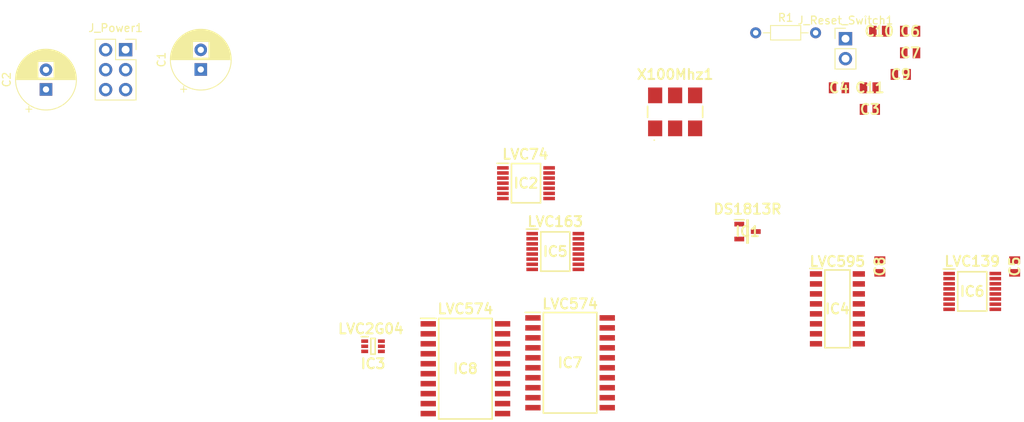
<source format=kicad_pcb>
(kicad_pcb (version 20211014) (generator pcbnew)
  (layers (0 "F.Cu" signal) (31 "B.Cu" signal) (34 "B.Paste" user) (35 "F.Paste" user) (36 "B.SilkS" user "B.Silkscreen") (37 "F.SilkS" user "F.Silkscreen") (38 "B.Mask" user) (39 "F.Mask" user) (44 "Edge.Cuts" user))
  (net 0 "")
  (net 102 "/Timing Circuit/3.3V")
  (net 103 "/Timing Circuit/GND")
  (net 104 "/Timing Circuit/5V")
  (net 105 "/Timing Circuit/RSTB")
  (net 106 "Net-(J_Reset_Switch1-Pad1)")
  (footprint "Capacitor_THT:CP_Radial_D7.5mm_P2.50mm" (layer "F.Cu") (at 17.78 90.805 90)
    (fp_text reference "C2" (at 1.25 -5 90) (layer "F.SilkS"))
    (fp_text value "CP1000uF" hide)
    (fp_line (start 4.971 -1.028) (end 4.971 1.028) (layer "F.SilkS") (width 0.12))
    (fp_line (start 3.091 -3.365) (end 3.091 -1.04) (layer "F.SilkS") (width 0.12))
    (fp_line (start 1.53 1.04) (end 1.53 3.82) (layer "F.SilkS") (width 0.12))
    (fp_line (start 4.691 -1.733) (end 4.691 1.733) (layer "F.SilkS") (width 0.12))
    (fp_line (start 2.531 1.04) (end 2.531 3.613) (layer "F.SilkS") (width 0.12))
    (fp_line (start 2.291 -3.688) (end 2.291 -1.04) (layer "F.SilkS") (width 0.12))
    (fp_line (start 3.331 1.04) (end 3.331 3.224) (layer "F.SilkS") (width 0.12))
    (fp_line (start 3.491 -3.116) (end 3.491 -1.04) (layer "F.SilkS") (width 0.12))
    (fp_line (start 3.211 -3.297) (end 3.211 -1.04) (layer "F.SilkS") (width 0.12))
    (fp_line (start 2.371 1.04) (end 2.371 3.665) (layer "F.SilkS") (width 0.12))
    (fp_line (start 3.011 1.04) (end 3.011 3.407) (layer "F.SilkS") (width 0.12))
    (fp_line (start 1.49 -3.823) (end 1.49 -1.04) (layer "F.SilkS") (width 0.12))
    (fp_line (start 1.93 1.04) (end 1.93 3.77) (layer "F.SilkS") (width 0.12))
    (fp_line (start 3.611 -3.028) (end 3.611 3.028) (layer "F.SilkS") (width 0.12))
    (fp_line (start 2.931 -3.447) (end 2.931 -1.04) (layer "F.SilkS") (width 0.12))
    (fp_line (start 1.45 -3.825) (end 1.45 3.825) (layer "F.SilkS") (width 0.12))
    (fp_line (start 1.77 1.04) (end 1.77 3.795) (layer "F.SilkS") (width 0.12))
    (fp_line (start 3.411 1.04) (end 3.411 3.172) (layer "F.SilkS") (width 0.12))
    (fp_line (start 4.131 -2.546) (end 4.131 2.546) (layer "F.SilkS") (width 0.12))
    (fp_line (start 2.011 -3.755) (end 2.011 -1.04) (layer "F.SilkS") (width 0.12))
    (fp_line (start 4.411 -2.195) (end 4.411 2.195) (layer "F.SilkS") (width 0.12))
    (fp_line (start 3.171 1.04) (end 3.171 3.321) (layer "F.SilkS") (width 0.12))
    (fp_line (start 1.57 -3.817) (end 1.57 -1.04) (layer "F.SilkS") (width 0.12))
    (fp_line (start 3.891 -2.79) (end 3.891 2.79) (layer "F.SilkS") (width 0.12))
    (fp_line (start 2.291 1.04) (end 2.291 3.688) (layer "F.SilkS") (width 0.12))
    (fp_line (start 1.69 1.04) (end 1.69 3.805) (layer "F.SilkS") (width 0.12))
    (fp_line (start 1.81 -3.79) (end 1.81 -1.04) (layer "F.SilkS") (width 0.12))
    (fp_line (start 1.81 1.04) (end 1.81 3.79) (layer "F.SilkS") (width 0.12))
    (fp_line (start 1.33 -3.83) (end 1.33 3.83) (layer "F.SilkS") (width 0.12))
    (fp_line (start 2.931 1.04) (end 2.931 3.447) (layer "F.SilkS") (width 0.12))
    (fp_line (start 2.611 -3.584) (end 2.611 -1.04) (layer "F.SilkS") (width 0.12))
    (fp_line (start 4.051 -2.632) (end 4.051 2.632) (layer "F.SilkS") (width 0.12))
    (fp_line (start 3.451 1.04) (end 3.451 3.144) (layer "F.SilkS") (width 0.12))
    (fp_line (start 2.451 1.04) (end 2.451 3.64) (layer "F.SilkS") (width 0.12))
    (fp_line (start 1.971 1.04) (end 1.971 3.763) (layer "F.SilkS") (width 0.12))
    (fp_line (start 1.29 -3.83) (end 1.29 3.83) (layer "F.SilkS") (width 0.12))
    (fp_line (start 1.85 -3.784) (end 1.85 -1.04) (layer "F.SilkS") (width 0.12))
    (fp_line (start 3.331 -3.224) (end 3.331 -1.04) (layer "F.SilkS") (width 0.12))
    (fp_line (start 1.971 -3.763) (end 1.971 -1.04) (layer "F.SilkS") (width 0.12))
    (fp_line (start 1.69 -3.805) (end 1.69 -1.04) (layer "F.SilkS") (width 0.12))
    (fp_line (start 1.89 -3.777) (end 1.89 -1.04) (layer "F.SilkS") (width 0.12))
    (fp_line (start 2.491 -3.626) (end 2.491 -1.04) (layer "F.SilkS") (width 0.12))
    (fp_line (start 3.531 1.04) (end 3.531 3.088) (layer "F.SilkS") (width 0.12))
    (fp_line (start 2.051 -3.747) (end 2.051 -1.04) (layer "F.SilkS") (width 0.12))
    (fp_line (start 4.651 -1.809) (end 4.651 1.809) (layer "F.SilkS") (width 0.12))
    (fp_line (start 3.371 -3.198) (end 3.371 -1.04) (layer "F.SilkS") (width 0.12))
    (fp_line (start 2.651 1.04) (end 2.651 3.568) (layer "F.SilkS") (width 0.12))
    (fp_line (start 4.211 -2.454) (end 4.211 2.454) (layer "F.SilkS") (width 0.12))
    (fp_line (start 3.051 -3.386) (end 3.051 -1.04) (layer "F.SilkS") (width 0.12))
    (fp_line (start 3.091 1.04) (end 3.091 3.365) (layer "F.SilkS") (width 0.12))
    (fp_line (start 3.251 -3.274) (end 3.251 -1.04) (layer "F.SilkS") (width 0.12))
    (fp_line (start 2.891 -3.466) (end 2.891 -1.04) (layer "F.SilkS") (width 0.12))
    (fp_line (start 3.931 -2.752) (end 3.931 2.752) (layer "F.SilkS") (width 0.12))
    (fp_line (start 3.491 1.04) (end 3.491 3.116) (layer "F.SilkS") (width 0.12))
    (fp_line (start 3.971 -2.713) (end 3.971 2.713) (layer "F.SilkS") (width 0.12))
    (fp_line (start 2.211 1.04) (end 2.211 3.71) (layer "F.SilkS") (width 0.12))
    (fp_line (start 4.331 -2.304) (end 4.331 2.304) (layer "F.SilkS") (width 0.12))
    (fp_line (start 1.93 -3.77) (end 1.93 -1.04) (layer "F.SilkS") (width 0.12))
    (fp_line (start 1.57 1.04) (end 1.57 3.817) (layer "F.SilkS") (width 0.12))
    (fp_line (start 5.051 -0.693) (end 5.051 0.693) (layer "F.SilkS") (width 0.12))
    (fp_line (start 2.251 1.04) (end 2.251 3.699) (layer "F.SilkS") (width 0.12))
    (fp_line (start 1.61 -3.814) (end 1.61 -1.04) (layer "F.SilkS") (width 0.12))
    (fp_line (start 2.411 1.04) (end 2.411 3.653) (layer "F.SilkS") (width 0.12))
    (fp_line (start 4.531 -2.014) (end 4.531 2.014) (layer "F.SilkS") (width 0.12))
    (fp_line (start 2.731 -3.536) (end 2.731 -1.04) (layer "F.SilkS") (width 0.12))
    (fp_line (start 3.571 -3.058) (end 3.571 3.058) (layer "F.SilkS") (width 0.12))
    (fp_line (start 2.411 -3.653) (end 2.411 -1.04) (layer "F.SilkS") (width 0.12))
    (fp_line (start 3.651 -2.996) (end 3.651 2.996) (layer "F.SilkS") (width 0.12))
    (fp_line (start 2.451 -3.64) (end 2.451 -1.04) (layer "F.SilkS") (width 0.12))
    (fp_line (start 4.291 -2.355) (end 4.291 2.355) (layer "F.SilkS") (width 0.12))
    (fp_line (start 2.771 -3.52) (end 2.771 -1.04) (layer "F.SilkS") (width 0.12))
    (fp_line (start 4.371 -2.25) (end 4.371 2.25) (layer "F.SilkS") (width 0.12))
    (fp_line (start 2.651 -3.568) (end 2.651 -1.04) (layer "F.SilkS") (width 0.12))
    (fp_line (start 2.691 1.04) (end 2.691 3.553) (layer "F.SilkS") (width 0.12))
    (fp_line (start 4.491 -2.077) (end 4.491 2.077) (layer "F.SilkS") (width 0.12))
    (fp_line (start 3.211 1.04) (end 3.211 3.297) (layer "F.SilkS") (width 0.12))
    (fp_line (start 1.65 1.04) (end 1.65 3.81) (layer "F.SilkS") (width 0.12))
    (fp_line (start 4.891 -1.275) (end 4.891 1.275) (layer "F.SilkS") (width 0.12))
    (fp_line (start 4.571 -1.949) (end 4.571 1.949) (layer "F.SilkS") (width 0.12))
    (fp_line (start 4.171 -2.5) (end 4.171 2.5) (layer "F.SilkS") (width 0.12))
    (fp_line (start 5.011 -0.877) (end 5.011 0.877) (layer "F.SilkS") (width 0.12))
    (fp_line (start 1.85 1.04) (end 1.85 3.784) (layer "F.SilkS") (width 0.12))
    (fp_line (start 1.77 -3.795) (end 1.77 -1.04) (layer "F.SilkS") (width 0.12))
    (fp_line (start 3.011 -3.407) (end 3.011 -1.04) (layer "F.SilkS") (width 0.12))
    (fp_line (start 2.131 1.04) (end 2.131 3.729) (layer "F.SilkS") (width 0.12))
    (fp_line (start 1.73 1.04) (end 1.73 3.801) (layer "F.SilkS") (width 0.12))
    (fp_line (start 2.891 1.04) (end 2.891 3.466) (layer "F.SilkS") (width 0.12))
    (fp_line (start 2.171 1.04) (end 2.171 3.72) (layer "F.SilkS") (width 0.12))
    (fp_line (start 2.611 1.04) (end 2.611 3.584) (layer "F.SilkS") (width 0.12))
    (fp_line (start 5.091 -0.441) (end 5.091 0.441) (layer "F.SilkS") (width 0.12))
    (fp_line (start 2.571 -3.598) (end 2.571 -1.04) (layer "F.SilkS") (width 0.12))
    (fp_line (start 3.531 -3.088) (end 3.531 -1.04) (layer "F.SilkS") (width 0.12))
    (fp_line (start 2.171 -3.72) (end 2.171 -1.04) (layer "F.SilkS") (width 0.12))
    (fp_line (start 3.811 -2.863) (end 3.811 2.863) (layer "F.SilkS") (width 0.12))
    (fp_line (start 2.251 -3.699) (end 2.251 -1.04) (layer "F.SilkS") (width 0.12))
    (fp_line (start 2.491 1.04) (end 2.491 3.626) (layer "F.SilkS") (width 0.12))
    (fp_line (start 3.371 1.04) (end 3.371 3.198) (layer "F.SilkS") (width 0.12))
    (fp_line (start 2.811 -3.502) (end 2.811 -1.04) (layer "F.SilkS") (width 0.12))
    (fp_line (start 4.091 -2.589) (end 4.091 2.589) (layer "F.SilkS") (width 0.12))
    (fp_line (start 3.731 -2.931) (end 3.731 2.931) (layer "F.SilkS") (width 0.12))
    (fp_line (start 4.451 -2.137) (end 4.451 2.137) (layer "F.SilkS") (width 0.12))
    (fp_line (start 2.851 1.04) (end 2.851 3.484) (layer "F.SilkS") (width 0.12))
    (fp_line (start 2.771 1.04) (end 2.771 3.52) (layer "F.SilkS") (width 0.12))
    (fp_line (start 1.89 1.04) (end 1.89 3.777) (layer "F.SilkS") (width 0.12))
    (fp_line (start 4.931 -1.158) (end 4.931 1.158) (layer "F.SilkS") (width 0.12))
    (fp_line (start 2.691 -3.553) (end 2.691 -1.04) (layer "F.SilkS") (width 0.12))
    (fp_line (start 2.211 -3.71) (end 2.211 -1.04) (layer "F.SilkS") (width 0.12))
    (fp_line (start 4.851 -1.381) (end 4.851 1.381) (layer "F.SilkS") (width 0.12))
    (fp_line (start 3.131 -3.343) (end 3.131 -1.04) (layer "F.SilkS") (width 0.12))
    (fp_line (start 2.331 1.04) (end 2.331 3.677) (layer "F.SilkS") (width 0.12))
    (fp_line (start 2.971 -3.427) (end 2.971 -1.04) (layer "F.SilkS") (width 0.12))
    (fp_line (start 2.051 1.04) (end 2.051 3.747) (layer "F.SilkS") (width 0.12))
    (fp_line (start 2.731 1.04) (end 2.731 3.536) (layer "F.SilkS") (width 0.12))
    (fp_line (start 1.65 -3.81) (end 1.65 -1.04) (layer "F.SilkS") (width 0.12))
    (fp_line (start 3.691 -2.964) (end 3.691 2.964) (layer "F.SilkS") (width 0.12))
    (fp_line (start 1.49 1.04) (end 1.49 3.823) (layer "F.SilkS") (width 0.12))
    (fp_line (start 3.411 -3.172) (end 3.411 -1.04) (layer "F.SilkS") (width 0.12))
    (fp_line (start 1.73 -3.801) (end 1.73 -1.04) (layer "F.SilkS") (width 0.12))
    (fp_line (start -2.892211 -2.175) (end -2.142211 -2.175) (layer "F.SilkS") (width 0.12))
    (fp_line (start 4.611 -1.881) (end 4.611 1.881) (layer "F.SilkS") (width 0.12))
    (fp_line (start 1.53 -3.82) (end 1.53 -1.04) (layer "F.SilkS") (width 0.12))
    (fp_line (start 4.771 -1.569) (end 4.771 1.569) (layer "F.SilkS") (width 0.12))
    (fp_line (start 4.011 -2.673) (end 4.011 2.673) (layer "F.SilkS") (width 0.12))
    (fp_line (start 2.531 -3.613) (end 2.531 -1.04) (layer "F.SilkS") (width 0.12))
    (fp_line (start 2.571 1.04) (end 2.571 3.598) (layer "F.SilkS") (width 0.12))
    (fp_line (start 2.331 -3.677) (end 2.331 -1.04) (layer "F.SilkS") (width 0.12))
    (fp_line (start 3.251 1.04) (end 3.251 3.274) (layer "F.SilkS") (width 0.12))
    (fp_line (start 2.091 1.04) (end 2.091 3.738) (layer "F.SilkS") (width 0.12))
    (fp_line (start 3.451 -3.144) (end 3.451 -1.04) (layer "F.SilkS") (width 0.12))
    (fp_line (start 4.731 -1.654) (end 4.731 1.654) (layer "F.SilkS") (width 0.12))
    (fp_line (start -2.517211 -2.55) (end -2.517211 -1.8) (layer "F.SilkS") (width 0.12))
    (fp_line (start 3.291 1.04) (end 3.291 3.249) (layer "F.SilkS") (width 0.12))
    (fp_line (start 4.811 -1.478) (end 4.811 1.478) (layer "F.SilkS") (width 0.12))
    (fp_line (start 2.131 -3.729) (end 2.131 -1.04) (layer "F.SilkS") (width 0.12))
    (fp_line (start 2.091 -3.738) (end 2.091 -1.04) (layer "F.SilkS") (width 0.12))
    (fp_line (start 4.251 -2.405) (end 4.251 2.405) (layer "F.SilkS") (width 0.12))
    (fp_line (start 2.371 -3.665) (end 2.371 -1.04) (layer "F.SilkS") (width 0.12))
    (fp_line (start 3.771 -2.898) (end 3.771 2.898) (layer "F.SilkS") (width 0.12))
    (fp_line (start 1.41 -3.827) (end 1.41 3.827) (layer "F.SilkS") (width 0.12))
    (fp_line (start 1.25 -3.83) (end 1.25 3.83) (layer "F.SilkS") (width 0.12))
    (fp_line (start 3.171 -3.321) (end 3.171 -1.04) (layer "F.SilkS") (width 0.12))
    (fp_line (start 3.851 -2.827) (end 3.851 2.827) (layer "F.SilkS") (width 0.12))
    (fp_line (start 2.851 -3.484) (end 2.851 -1.04) (layer "F.SilkS") (width 0.12))
    (fp_line (start 2.011 1.04) (end 2.011 3.755) (layer "F.SilkS") (width 0.12))
    (fp_line (start 3.291 -3.249) (end 3.291 -1.04) (layer "F.SilkS") (width 0.12))
    (fp_line (start 2.811 1.04) (end 2.811 3.502) (layer "F.SilkS") (width 0.12))
    (fp_line (start 2.971 1.04) (end 2.971 3.427) (layer "F.SilkS") (width 0.12))
    (fp_line (start 3.131 1.04) (end 3.131 3.343) (layer "F.SilkS") (width 0.12))
    (fp_line (start 1.37 -3.829) (end 1.37 3.829) (layer "F.SilkS") (width 0.12))
    (fp_line (start 1.61 1.04) (end 1.61 3.814) (layer "F.SilkS") (width 0.12))
    (fp_line (start 3.051 1.04) (end 3.051 3.386) (layer "F.SilkS") (width 0.12))
    (fp_circle (center 1.25 0) (end 5.12 0) (layer "F.SilkS") (width 0.12) (fill none))
    (pad "1" thru_hole rect (at 0 0 90) (size 1.6 1.6) (drill 0.8) (layers *.Cu *.Mask) (net 104 "/Timing Circuit/5V"))
    (pad "2" thru_hole circle (at 2.5 0 90) (size 1.6 1.6) (drill 0.8) (layers *.Cu *.Mask) (net 103 "/Timing Circuit/GND"))
  )
  (footprint "SamacSys_Parts:SOIC127P1032X265-20N" (layer "F.Cu") (at 71.12 126.365)
    (fp_text reference "IC8" (at 0 0) (layer "F.SilkS") (effects (font (size 1.27 1.27) (thickness 0.254))))
    (fp_text value "LVC574" (at 0 -7.62) (layer "F.SilkS") (effects (font (size 1.27 1.27) (thickness 0.254))))
    (fp_line (start 3.4 6.4) (end -3.4 6.4) (layer "F.SilkS") (width 0.2))
    (fp_line (start -3.4 -6.4) (end 3.4 -6.4) (layer "F.SilkS") (width 0.2))
    (fp_line (start -3.4 6.4) (end -3.4 -6.4) (layer "F.SilkS") (width 0.2))
    (fp_line (start 3.4 -6.4) (end 3.4 6.4) (layer "F.SilkS") (width 0.2))
    (fp_line (start -5.7 -6.415) (end -3.75 -6.415) (layer "F.SilkS") (width 0.2))
    (pad "1" smd rect locked (at -4.725 -5.715 90) (size 0.7 1.95) (layers "F.Cu" "F.Paste" "F.Mask"))
    (pad "2" smd rect locked (at -4.725 -4.445 90) (size 0.7 1.95) (layers "F.Cu" "F.Paste" "F.Mask"))
    (pad "3" smd rect locked (at -4.725 -3.175 90) (size 0.7 1.95) (layers "F.Cu" "F.Paste" "F.Mask"))
    (pad "4" smd rect locked (at -4.725 -1.905 90) (size 0.7 1.95) (layers "F.Cu" "F.Paste" "F.Mask"))
    (pad "5" smd rect locked (at -4.725 -0.635 90) (size 0.7 1.95) (layers "F.Cu" "F.Paste" "F.Mask"))
    (pad "6" smd rect locked (at -4.725 0.635 90) (size 0.7 1.95) (layers "F.Cu" "F.Paste" "F.Mask"))
    (pad "7" smd rect locked (at -4.725 1.905 90) (size 0.7 1.95) (layers "F.Cu" "F.Paste" "F.Mask"))
    (pad "8" smd rect locked (at -4.725 3.175 90) (size 0.7 1.95) (layers "F.Cu" "F.Paste" "F.Mask"))
    (pad "9" smd rect locked (at -4.725 4.445 90) (size 0.7 1.95) (layers "F.Cu" "F.Paste" "F.Mask"))
    (pad "10" smd rect locked (at -4.725 5.715 90) (size 0.7 1.95) (layers "F.Cu" "F.Paste" "F.Mask"))
    (pad "11" smd rect locked (at 4.725 5.715 90) (size 0.7 1.95) (layers "F.Cu" "F.Paste" "F.Mask"))
    (pad "12" smd rect locked (at 4.725 4.445 90) (size 0.7 1.95) (layers "F.Cu" "F.Paste" "F.Mask"))
    (pad "13" smd rect locked (at 4.725 3.175 90) (size 0.7 1.95) (layers "F.Cu" "F.Paste" "F.Mask"))
    (pad "14" smd rect locked (at 4.725 1.905 90) (size 0.7 1.95) (layers "F.Cu" "F.Paste" "F.Mask"))
    (pad "15" smd rect locked (at 4.725 0.635 90) (size 0.7 1.95) (layers "F.Cu" "F.Paste" "F.Mask"))
    (pad "16" smd rect locked (at 4.725 -0.635 90) (size 0.7 1.95) (layers "F.Cu" "F.Paste" "F.Mask"))
    (pad "17" smd rect locked (at 4.725 -1.905 90) (size 0.7 1.95) (layers "F.Cu" "F.Paste" "F.Mask"))
    (pad "18" smd rect locked (at 4.725 -3.175 90) (size 0.7 1.95) (layers "F.Cu" "F.Paste" "F.Mask"))
    (pad "19" smd rect locked (at 4.725 -4.445 90) (size 0.7 1.95) (layers "F.Cu" "F.Paste" "F.Mask"))
    (pad "20" smd rect locked (at 4.725 -5.715 90) (size 0.7 1.95) (layers "F.Cu" "F.Paste" "F.Mask") (net 102 "/Timing Circuit/3.3V"))
  )
  (footprint "SamacSys_Parts:SOP65P640X110-14N" (layer "F.Cu") (at 78.825 102.7425)
    (fp_text reference "IC2" (at 0 0) (layer "F.SilkS") (effects (font (size 1.27 1.27) (thickness 0.254))))
    (fp_text value "LVC74" (at -0.085 -3.6825) (layer "F.SilkS") (effects (font (size 1.27 1.27) (thickness 0.254))))
    (fp_line (start -3.675 -2.525) (end -2.2 -2.525) (layer "F.SilkS") (width 0.2))
    (fp_line (start -1.85 2.5) (end -1.85 -2.5) (layer "F.SilkS") (width 0.2))
    (fp_line (start 1.85 2.5) (end -1.85 2.5) (layer "F.SilkS") (width 0.2))
    (fp_line (start -1.85 -2.5) (end 1.85 -2.5) (layer "F.SilkS") (width 0.2))
    (fp_line (start 1.85 -2.5) (end 1.85 2.5) (layer "F.SilkS") (width 0.2))
    (pad "1" smd rect locked (at -2.938 -1.95 90) (size 0.45 1.475) (layers "F.Cu" "F.Paste" "F.Mask"))
    (pad "2" smd rect locked (at -2.938 -1.3 90) (size 0.45 1.475) (layers "F.Cu" "F.Paste" "F.Mask"))
    (pad "3" smd rect locked (at -2.938 -0.65 90) (size 0.45 1.475) (layers "F.Cu" "F.Paste" "F.Mask"))
    (pad "4" smd rect locked (at -2.938 0 90) (size 0.45 1.475) (layers "F.Cu" "F.Paste" "F.Mask"))
    (pad "5" smd rect locked (at -2.938 0.65 90) (size 0.45 1.475) (layers "F.Cu" "F.Paste" "F.Mask"))
    (pad "6" smd rect locked (at -2.938 1.3 90) (size 0.45 1.475) (layers "F.Cu" "F.Paste" "F.Mask"))
    (pad "7" smd rect locked (at -2.938 1.95 90) (size 0.45 1.475) (layers "F.Cu" "F.Paste" "F.Mask"))
    (pad "8" smd rect locked (at 2.938 1.95 90) (size 0.45 1.475) (layers "F.Cu" "F.Paste" "F.Mask"))
    (pad "9" smd rect locked (at 2.938 1.3 90) (size 0.45 1.475) (layers "F.Cu" "F.Paste" "F.Mask"))
    (pad "10" smd rect locked (at 2.938 0.65 90) (size 0.45 1.475) (layers "F.Cu" "F.Paste" "F.Mask"))
    (pad "11" smd rect locked (at 2.938 0 90) (size 0.45 1.475) (layers "F.Cu" "F.Paste" "F.Mask"))
    (pad "12" smd rect locked (at 2.938 -0.65 90) (size 0.45 1.475) (layers "F.Cu" "F.Paste" "F.Mask"))
    (pad "13" smd rect locked (at 2.938 -1.3 90) (size 0.45 1.475) (layers "F.Cu" "F.Paste" "F.Mask"))
    (pad "14" smd rect locked (at 2.938 -1.95 90) (size 0.45 1.475) (layers "F.Cu" "F.Paste" "F.Mask") (net 102 "/Timing Circuit/3.3V"))
  )
  (footprint "SamacSys_Parts:CAPC2012X90N" (layer "F.Cu") (at 122.555 90.595)
    (fp_text reference "C11" (at 0 0) (layer "F.SilkS") (effects (font (size 1.27 1.27) (thickness 0.254))))
    (fp_text value "1000pF MLCC" hide)
    (pad "1" smd rect locked (at -0.81 0) (size 0.96 1.39) (layers "F.Cu" "F.Paste" "F.Mask") (net 102 "/Timing Circuit/3.3V"))
    (pad "2" smd rect locked (at 0.81 0) (size 0.96 1.39) (layers "F.Cu" "F.Paste" "F.Mask") (net 103 "/Timing Circuit/GND"))
  )
  (footprint "Connector_PinHeader_2.54mm:PinHeader_1x02_P2.54mm_Vertical" (layer "F.Cu") (at 119.455 84.345)
    (fp_text reference "J_Reset_Switch1" (at 0 -2.33) (layer "F.SilkS"))
    (fp_text value "Conn_01x02_Male")
    (fp_line (start 1.33 1.27) (end 1.33 3.87) (layer "F.SilkS") (width 0.12))
    (fp_line (start -1.33 0) (end -1.33 -1.33) (layer "F.SilkS") (width 0.12))
    (fp_line (start -1.33 1.27) (end 1.33 1.27) (layer "F.SilkS") (width 0.12))
    (fp_line (start -1.33 3.87) (end 1.33 3.87) (layer "F.SilkS") (width 0.12))
    (fp_line (start -1.33 -1.33) (end 0 -1.33) (layer "F.SilkS") (width 0.12))
    (fp_line (start -1.33 1.27) (end -1.33 3.87) (layer "F.SilkS") (width 0.12))
    (pad "1" thru_hole rect (at 0 0) (size 1.7 1.7) (drill 1) (layers *.Cu *.Mask) (net 106 "Net-(J_Reset_Switch1-Pad1)"))
    (pad "2" thru_hole oval (at 0 2.54) (size 1.7 1.7) (drill 1) (layers *.Cu *.Mask) (net 105 "/Timing Circuit/RSTB"))
  )
  (footprint "SamacSys_Parts:CAPC2012X90N" (layer "F.Cu") (at 123.825 113.3475 90)
    (fp_text reference "C8" (at 0 0 90) (layer "F.SilkS") (effects (font (size 1.27 1.27) (thickness 0.254))))
    (fp_text value "1000pF MLCC" hide)
    (pad "1" smd rect locked (at -0.81 0 90) (size 0.96 1.39) (layers "F.Cu" "F.Paste" "F.Mask") (net 102 "/Timing Circuit/3.3V"))
    (pad "2" smd rect locked (at 0.81 0 90) (size 0.96 1.39) (layers "F.Cu" "F.Paste" "F.Mask") (net 103 "/Timing Circuit/GND"))
  )
  (footprint "SamacSys_Parts:CAPC2012X90N" (layer "F.Cu") (at 126.485 88.895)
    (fp_text reference "C9" (at 0 0) (layer "F.SilkS") (effects (font (size 1.27 1.27) (thickness 0.254))))
    (fp_text value "1000pF MLCC" hide)
    (pad "1" smd rect locked (at -0.81 0) (size 0.96 1.39) (layers "F.Cu" "F.Paste" "F.Mask") (net 102 "/Timing Circuit/3.3V"))
    (pad "2" smd rect locked (at 0.81 0) (size 0.96 1.39) (layers "F.Cu" "F.Paste" "F.Mask") (net 103 "/Timing Circuit/GND"))
  )
  (footprint "SamacSys_Parts:CAPC2012X90N" (layer "F.Cu") (at 122.555 93.345)
    (fp_text reference "C3" (at 0 0) (layer "F.SilkS") (effects (font (size 1.27 1.27) (thickness 0.254))))
    (fp_text value "100pF MLCC" hide)
    (pad "1" smd rect locked (at -0.81 0) (size 0.96 1.39) (layers "F.Cu" "F.Paste" "F.Mask") (net 102 "/Timing Circuit/3.3V"))
    (pad "2" smd rect locked (at 0.81 0) (size 0.96 1.39) (layers "F.Cu" "F.Paste" "F.Mask") (net 103 "/Timing Circuit/GND"))
  )
  (footprint "Connector_PinSocket_2.54mm:PinSocket_2x03_P2.54mm_Vertical" (layer "F.Cu") (at 27.905289 85.7475)
    (fp_text reference "J_Power1" (at -1.27 -2.77) (layer "F.SilkS"))
    (fp_text value "Conn_02x03")
    (fp_line (start -1.27 1.27) (end 1.33 1.27) (layer "F.SilkS") (width 0.12))
    (fp_line (start -3.87 -1.33) (end -3.87 6.41) (layer "F.SilkS") (width 0.12))
    (fp_line (start -1.27 -1.33) (end -1.27 1.27) (layer "F.SilkS") (width 0.12))
    (fp_line (start 0 -1.33) (end 1.33 -1.33) (layer "F.SilkS") (width 0.12))
    (fp_line (start -3.87 6.41) (end 1.33 6.41) (layer "F.SilkS") (width 0.12))
    (fp_line (start -3.87 -1.33) (end -1.27 -1.33) (layer "F.SilkS") (width 0.12))
    (fp_line (start 1.33 -1.33) (end 1.33 0) (layer "F.SilkS") (width 0.12))
    (fp_line (start 1.33 1.27) (end 1.33 6.41) (layer "F.SilkS") (width 0.12))
    (pad "1" thru_hole rect (at 0 0) (size 1.7 1.7) (drill 1) (layers *.Cu *.Mask) (net 103 "/Timing Circuit/GND"))
    (pad "2" thru_hole oval (at -2.54 0) (size 1.7 1.7) (drill 1) (layers *.Cu *.Mask) (net 103 "/Timing Circuit/GND"))
    (pad "3" thru_hole oval (at 0 2.54) (size 1.7 1.7) (drill 1) (layers *.Cu *.Mask) (net 102 "/Timing Circuit/3.3V"))
    (pad "4" thru_hole oval (at -2.54 2.54) (size 1.7 1.7) (drill 1) (layers *.Cu *.Mask) (net 102 "/Timing Circuit/3.3V"))
    (pad "5" thru_hole oval (at 0 5.08) (size 1.7 1.7) (drill 1) (layers *.Cu *.Mask) (net 104 "/Timing Circuit/5V"))
    (pad "6" thru_hole oval (at -2.54 5.08) (size 1.7 1.7) (drill 1) (layers *.Cu *.Mask) (net 104 "/Timing Circuit/5V"))
  )
  (footprint "SamacSys_Parts:SOT95P237X112-3N" (layer "F.Cu") (at 106.9975 108.9025)
    (fp_text reference "IC1" (at 0 0) (layer "F.SilkS") (effects (font (size 1.27 1.27) (thickness 0.254))))
    (fp_text value "DS1813R" (at 0 -2.8575) (layer "F.SilkS") (effects (font (size 1.27 1.27) (thickness 0.254))))
    (fp_line (start -1.675 -1.5) (end -0.425 -1.5) (layer "F.SilkS") (width 0.2))
    (fp_line (start 0.075 -1.46) (end 0.075 1.46) (layer "F.SilkS") (width 0.2))
    (fp_line (start 0.075 1.46) (end -0.075 1.46) (layer "F.SilkS") (width 0.2))
    (fp_line (start -0.075 -1.46) (end 0.075 -1.46) (layer "F.SilkS") (width 0.2))
    (fp_line (start -0.075 1.46) (end -0.075 -1.46) (layer "F.SilkS") (width 0.2))
    (pad "1" smd rect locked (at -1.05 -0.95 90) (size 0.6 1.25) (layers "F.Cu" "F.Paste" "F.Mask") (net 105 "/Timing Circuit/RSTB"))
    (pad "2" smd rect locked (at -1.05 0.95 90) (size 0.6 1.25) (layers "F.Cu" "F.Paste" "F.Mask") (net 104 "/Timing Circuit/5V"))
    (pad "3" smd rect locked (at 1.05 0 90) (size 0.6 1.25) (layers "F.Cu" "F.Paste" "F.Mask") (net 103 "/Timing Circuit/GND"))
  )
  (footprint "SamacSys_Parts:SOIC127P600X175-16N" (layer "F.Cu") (at 118.4275 118.745)
    (fp_text reference "IC4" (at 0 0) (layer "F.SilkS") (effects (font (size 1.27 1.27) (thickness 0.254))))
    (fp_text value "LVC595" (at 0 -6.0325) (layer "F.SilkS") (effects (font (size 1.27 1.27) (thickness 0.254))))
    (fp_line (start 1.6 4.95) (end -1.6 4.95) (layer "F.SilkS") (width 0.2))
    (fp_line (start -1.6 4.95) (end -1.6 -4.95) (layer "F.SilkS") (width 0.2))
    (fp_line (start -1.6 -4.95) (end 1.6 -4.95) (layer "F.SilkS") (width 0.2))
    (fp_line (start 1.6 -4.95) (end 1.6 4.95) (layer "F.SilkS") (width 0.2))
    (fp_line (start -3.5 -5.145) (end -1.95 -5.145) (layer "F.SilkS") (width 0.2))
    (pad "1" smd rect locked (at -2.725 -4.445 90) (size 0.7 1.55) (layers "F.Cu" "F.Paste" "F.Mask"))
    (pad "2" smd rect locked (at -2.725 -3.175 90) (size 0.7 1.55) (layers "F.Cu" "F.Paste" "F.Mask"))
    (pad "3" smd rect locked (at -2.725 -1.905 90) (size 0.7 1.55) (layers "F.Cu" "F.Paste" "F.Mask"))
    (pad "4" smd rect locked (at -2.725 -0.635 90) (size 0.7 1.55) (layers "F.Cu" "F.Paste" "F.Mask"))
    (pad "5" smd rect locked (at -2.725 0.635 90) (size 0.7 1.55) (layers "F.Cu" "F.Paste" "F.Mask"))
    (pad "6" smd rect locked (at -2.725 1.905 90) (size 0.7 1.55) (layers "F.Cu" "F.Paste" "F.Mask"))
    (pad "7" smd rect locked (at -2.725 3.175 90) (size 0.7 1.55) (layers "F.Cu" "F.Paste" "F.Mask"))
    (pad "8" smd rect locked (at -2.725 4.445 90) (size 0.7 1.55) (layers "F.Cu" "F.Paste" "F.Mask"))
    (pad "9" smd rect locked (at 2.725 4.445 90) (size 0.7 1.55) (layers "F.Cu" "F.Paste" "F.Mask"))
    (pad "10" smd rect locked (at 2.725 3.175 90) (size 0.7 1.55) (layers "F.Cu" "F.Paste" "F.Mask"))
    (pad "11" smd rect locked (at 2.725 1.905 90) (size 0.7 1.55) (layers "F.Cu" "F.Paste" "F.Mask"))
    (pad "12" smd rect locked (at 2.725 0.635 90) (size 0.7 1.55) (layers "F.Cu" "F.Paste" "F.Mask"))
    (pad "13" smd rect locked (at 2.725 -0.635 90) (size 0.7 1.55) (layers "F.Cu" "F.Paste" "F.Mask"))
    (pad "14" smd rect locked (at 2.725 -1.905 90) (size 0.7 1.55) (layers "F.Cu" "F.Paste" "F.Mask"))
    (pad "15" smd rect locked (at 2.725 -3.175 90) (size 0.7 1.55) (layers "F.Cu" "F.Paste" "F.Mask"))
    (pad "16" smd rect locked (at 2.725 -4.445 90) (size 0.7 1.55) (layers "F.Cu" "F.Paste" "F.Mask") (net 102 "/Timing Circuit/3.3V"))
  )
  (footprint "SamacSys_Parts:CAPC2012X90N" (layer "F.Cu") (at 123.745 83.395)
    (fp_text reference "C10" (at 0 0) (layer "F.SilkS") (effects (font (size 1.27 1.27) (thickness 0.254))))
    (fp_text value "1000pF MLCC" hide)
    (pad "1" smd rect locked (at -0.81 0) (size 0.96 1.39) (layers "F.Cu" "F.Paste" "F.Mask") (net 102 "/Timing Circuit/3.3V"))
    (pad "2" smd rect locked (at 0.81 0) (size 0.96 1.39) (layers "F.Cu" "F.Paste" "F.Mask") (net 103 "/Timing Circuit/GND"))
  )
  (footprint "SamacSys_Parts:CAPC2012X90N" (layer "F.Cu") (at 127.675 86.145)
    (fp_text reference "C7" (at 0 0) (layer "F.SilkS") (effects (font (size 1.27 1.27) (thickness 0.254))))
    (fp_text value "1000pF MLCC" hide)
    (pad "1" smd rect locked (at -0.81 0) (size 0.96 1.39) (layers "F.Cu" "F.Paste" "F.Mask") (net 102 "/Timing Circuit/3.3V"))
    (pad "2" smd rect locked (at 0.81 0) (size 0.96 1.39) (layers "F.Cu" "F.Paste" "F.Mask") (net 103 "/Timing Circuit/GND"))
  )
  (footprint "SamacSys_Parts:XLH735100000000I" (layer "F.Cu") (at 97.79 93.6625)
    (fp_text reference "X100Mhz1" (at 0 -4.7625) (layer "F.SilkS") (effects (font (size 1.27 1.27) (thickness 0.254))))
    (fp_text value "XLH735100.000000I" hide)
    (fp_line (start -2.6 3.6) (end -2.6 3.6) (layer "F.SilkS") (width 0.1))
    (fp_line (start -3.5 -0.7) (end -3.5 0.7) (layer "F.SilkS") (width 0.2))
    (fp_line (start -2.7 3.6) (end -2.7 3.6) (layer "F.SilkS") (width 0.1))
    (fp_line (start 3.5 -0.7) (end 3.5 0.7) (layer "F.SilkS") (width 0.2))
    (fp_arc (start -2.7 3.6) (mid -2.65 3.55) (end -2.6 3.6) (layer "F.SilkS") (width 0.1))
    (fp_arc (start -2.6 3.6) (mid -2.65 3.65) (end -2.7 3.6) (layer "F.SilkS") (width 0.1))
    (pad "1" smd rect locked (at -2.54 2.1) (size 1.8 2) (layers "F.Cu" "F.Paste" "F.Mask"))
    (pad "2" smd rect locked (at 0 2.1) (size 1.8 2) (layers "F.Cu" "F.Paste" "F.Mask"))
    (pad "3" smd rect locked (at 2.54 2.1) (size 1.8 2) (layers "F.Cu" "F.Paste" "F.Mask"))
    (pad "4" smd rect locked (at 2.54 -2.1) (size 1.8 2) (layers "F.Cu" "F.Paste" "F.Mask"))
    (pad "5" smd rect locked (at 0 -2.1) (size 1.8 2) (layers "F.Cu" "F.Paste" "F.Mask"))
    (pad "6" smd rect locked (at -2.54 -2.1) (size 1.8 2) (layers "F.Cu" "F.Paste" "F.Mask") (net 102 "/Timing Circuit/3.3V"))
  )
  (footprint "SamacSys_Parts:CAPC2012X90N" (layer "F.Cu") (at 127.675 83.395)
    (fp_text reference "C6" (at 0 0) (layer "F.SilkS") (effects (font (size 1.27 1.27) (thickness 0.254))))
    (fp_text value "1000pF MLCC" hide)
    (pad "1" smd rect locked (at -0.81 0) (size 0.96 1.39) (layers "F.Cu" "F.Paste" "F.Mask") (net 102 "/Timing Circuit/3.3V"))
    (pad "2" smd rect locked (at 0.81 0) (size 0.96 1.39) (layers "F.Cu" "F.Paste" "F.Mask") (net 103 "/Timing Circuit/GND"))
  )
  (footprint "SamacSys_Parts:CAPC2012X90N" (layer "F.Cu") (at 140.97 113.3475 90)
    (fp_text reference "C5" (at 0 0 90) (layer "F.SilkS") (effects (font (size 1.27 1.27) (thickness 0.254))))
    (fp_text value "1000pF MLCC" hide)
    (pad "1" smd rect locked (at -0.81 0 90) (size 0.96 1.39) (layers "F.Cu" "F.Paste" "F.Mask") (net 102 "/Timing Circuit/3.3V"))
    (pad "2" smd rect locked (at 0.81 0 90) (size 0.96 1.39) (layers "F.Cu" "F.Paste" "F.Mask") (net 103 "/Timing Circuit/GND"))
  )
  (footprint "SamacSys_Parts:SOP65P640X110-16N" (layer "F.Cu") (at 135.5725 116.5225)
    (fp_text reference "IC6" (at 0 0) (layer "F.SilkS") (effects (font (size 1.27 1.27) (thickness 0.254))))
    (fp_text value "LVC139" (at 0 -3.8325) (layer "F.SilkS") (effects (font (size 1.27 1.27) (thickness 0.254))))
    (fp_line (start -1.85 2.5) (end -1.85 -2.5) (layer "F.SilkS") (width 0.2))
    (fp_line (start 1.85 2.5) (end -1.85 2.5) (layer "F.SilkS") (width 0.2))
    (fp_line (start 1.85 -2.5) (end 1.85 2.5) (layer "F.SilkS") (width 0.2))
    (fp_line (start -3.675 -2.85) (end -2.2 -2.85) (layer "F.SilkS") (width 0.2))
    (fp_line (start -1.85 -2.5) (end 1.85 -2.5) (layer "F.SilkS") (width 0.2))
    (pad "1" smd rect locked (at -2.938 -2.275 90) (size 0.45 1.475) (layers "F.Cu" "F.Paste" "F.Mask"))
    (pad "2" smd rect locked (at -2.938 -1.625 90) (size 0.45 1.475) (layers "F.Cu" "F.Paste" "F.Mask"))
    (pad "3" smd rect locked (at -2.938 -0.975 90) (size 0.45 1.475) (layers "F.Cu" "F.Paste" "F.Mask"))
    (pad "4" smd rect locked (at -2.938 -0.325 90) (size 0.45 1.475) (layers "F.Cu" "F.Paste" "F.Mask"))
    (pad "5" smd rect locked (at -2.938 0.325 90) (size 0.45 1.475) (layers "F.Cu" "F.Paste" "F.Mask"))
    (pad "6" smd rect locked (at -2.938 0.975 90) (size 0.45 1.475) (layers "F.Cu" "F.Paste" "F.Mask"))
    (pad "7" smd rect locked (at -2.938 1.625 90) (size 0.45 1.475) (layers "F.Cu" "F.Paste" "F.Mask"))
    (pad "8" smd rect locked (at -2.938 2.275 90) (size 0.45 1.475) (layers "F.Cu" "F.Paste" "F.Mask"))
    (pad "9" smd rect locked (at 2.938 2.275 90) (size 0.45 1.475) (layers "F.Cu" "F.Paste" "F.Mask"))
    (pad "10" smd rect locked (at 2.938 1.625 90) (size 0.45 1.475) (layers "F.Cu" "F.Paste" "F.Mask"))
    (pad "11" smd rect locked (at 2.938 0.975 90) (size 0.45 1.475) (layers "F.Cu" "F.Paste" "F.Mask"))
    (pad "12" smd rect locked (at 2.938 0.325 90) (size 0.45 1.475) (layers "F.Cu" "F.Paste" "F.Mask"))
    (pad "13" smd rect locked (at 2.938 -0.325 90) (size 0.45 1.475) (layers "F.Cu" "F.Paste" "F.Mask"))
    (pad "14" smd rect locked (at 2.938 -0.975 90) (size 0.45 1.475) (layers "F.Cu" "F.Paste" "F.Mask"))
    (pad "15" smd rect locked (at 2.938 -1.625 90) (size 0.45 1.475) (layers "F.Cu" "F.Paste" "F.Mask"))
    (pad "16" smd rect locked (at 2.938 -2.275 90) (size 0.45 1.475) (layers "F.Cu" "F.Paste" "F.Mask") (net 102 "/Timing Circuit/3.3V"))
  )
  (footprint "SamacSys_Parts:SOP65P210X110-6N" (layer "F.Cu") (at 59.3725 123.5075)
    (fp_text reference "IC3" (at 0 2.2225) (layer "F.SilkS") (effects (font (size 1.27 1.27) (thickness 0.254))))
    (fp_text value "LVC2G04" (at -0.275 -2.2225) (layer "F.SilkS") (effects (font (size 1.27 1.27) (thickness 0.254))))
    (fp_line (start -0.275 -1) (end 0.275 -1) (layer "F.SilkS") (width 0.2))
    (fp_line (start 0.275 1) (end -0.275 1) (layer "F.SilkS") (width 0.2))
    (fp_line (start 0.275 -1) (end 0.275 1) (layer "F.SilkS") (width 0.2))
    (fp_line (start -1.5 -1.225) (end -0.625 -1.225) (layer "F.SilkS") (width 0.2))
    (fp_line (start -0.275 1) (end -0.275 -1) (layer "F.SilkS") (width 0.2))
    (pad "1" smd rect locked (at -1.062 -0.65 90) (size 0.45 0.875) (layers "F.Cu" "F.Paste" "F.Mask"))
    (pad "2" smd rect locked (at -1.062 0 90) (size 0.45 0.875) (layers "F.Cu" "F.Paste" "F.Mask"))
    (pad "3" smd rect locked (at -1.062 0.65 90) (size 0.45 0.875) (layers "F.Cu" "F.Paste" "F.Mask"))
    (pad "4" smd rect locked (at 1.062 0.65 90) (size 0.45 0.875) (layers "F.Cu" "F.Paste" "F.Mask"))
    (pad "5" smd rect locked (at 1.062 0 90) (size 0.45 0.875) (layers "F.Cu" "F.Paste" "F.Mask") (net 102 "/Timing Circuit/3.3V"))
    (pad "6" smd rect locked (at 1.062 -0.65 90) (size 0.45 0.875) (layers "F.Cu" "F.Paste" "F.Mask"))
  )
  (footprint "Resistor_THT:R_Axial_DIN0204_L3.6mm_D1.6mm_P7.62mm_Horizontal" (layer "F.Cu") (at 108.035 83.595)
    (fp_text reference "R1" (at 3.81 -1.92) (layer "F.SilkS"))
    (fp_text value "R")
    (fp_line (start 1.89 -0.92) (end 1.89 0.92) (layer "F.SilkS") (width 0.12))
    (fp_line (start 6.68 0) (end 5.73 0) (layer "F.SilkS") (width 0.12))
    (fp_line (start 1.89 0.92) (end 5.73 0.92) (layer "F.SilkS") (width 0.12))
    (fp_line (start 5.73 0.92) (end 5.73 -0.92) (layer "F.SilkS") (width 0.12))
    (fp_line (start 5.73 -0.92) (end 1.89 -0.92) (layer "F.SilkS") (width 0.12))
    (fp_line (start 0.94 0) (end 1.89 0) (layer "F.SilkS") (width 0.12))
    (pad "1" thru_hole circle (at 0 0) (size 1.4 1.4) (drill 0.7) (layers *.Cu *.Mask) (net 103 "/Timing Circuit/GND"))
    (pad "2" thru_hole oval (at 7.62 0) (size 1.4 1.4) (drill 0.7) (layers *.Cu *.Mask) (net 106 "Net-(J_Reset_Switch1-Pad1)"))
  )
  (footprint "Capacitor_THT:CP_Radial_D7.5mm_P2.50mm" (layer "F.Cu") (at 37.465 88.265 90)
    (fp_text reference "C1" (at 1.25 -5 90) (layer "F.SilkS"))
    (fp_text value "CP1000uF" hide)
    (fp_line (start 4.891 -1.275) (end 4.891 1.275) (layer "F.SilkS") (width 0.12))
    (fp_line (start -2.892211 -2.175) (end -2.142211 -2.175) (layer "F.SilkS") (width 0.12))
    (fp_line (start 1.69 1.04) (end 1.69 3.805) (layer "F.SilkS") (width 0.12))
    (fp_line (start 4.491 -2.077) (end 4.491 2.077) (layer "F.SilkS") (width 0.12))
    (fp_line (start 2.291 -3.688) (end 2.291 -1.04) (layer "F.SilkS") (width 0.12))
    (fp_line (start 5.051 -0.693) (end 5.051 0.693) (layer "F.SilkS") (width 0.12))
    (fp_line (start 3.331 -3.224) (end 3.331 -1.04) (layer "F.SilkS") (width 0.12))
    (fp_line (start 2.171 -3.72) (end 2.171 -1.04) (layer "F.SilkS") (width 0.12))
    (fp_line (start 3.051 -3.386) (end 3.051 -1.04) (layer "F.SilkS") (width 0.12))
    (fp_line (start 2.691 -3.553) (end 2.691 -1.04) (layer "F.SilkS") (width 0.12))
    (fp_line (start 3.171 1.04) (end 3.171 3.321) (layer "F.SilkS") (width 0.12))
    (fp_line (start 4.931 -1.158) (end 4.931 1.158) (layer "F.SilkS") (width 0.12))
    (fp_line (start 3.691 -2.964) (end 3.691 2.964) (layer "F.SilkS") (width 0.12))
    (fp_line (start 3.251 1.04) (end 3.251 3.274) (layer "F.SilkS") (width 0.12))
    (fp_line (start 2.771 -3.52) (end 2.771 -1.04) (layer "F.SilkS") (width 0.12))
    (fp_line (start 1.93 1.04) (end 1.93 3.77) (layer "F.SilkS") (width 0.12))
    (fp_line (start 3.251 -3.274) (end 3.251 -1.04) (layer "F.SilkS") (width 0.12))
    (fp_line (start 1.65 1.04) (end 1.65 3.81) (layer "F.SilkS") (width 0.12))
    (fp_line (start 4.131 -2.546) (end 4.131 2.546) (layer "F.SilkS") (width 0.12))
    (fp_line (start 2.011 -3.755) (end 2.011 -1.04) (layer "F.SilkS") (width 0.12))
    (fp_line (start 2.931 1.04) (end 2.931 3.447) (layer "F.SilkS") (width 0.12))
    (fp_line (start 2.371 1.04) (end 2.371 3.665) (layer "F.SilkS") (width 0.12))
    (fp_line (start 2.571 1.04) (end 2.571 3.598) (layer "F.SilkS") (width 0.12))
    (fp_line (start 2.571 -3.598) (end 2.571 -1.04) (layer "F.SilkS") (width 0.12))
    (fp_line (start 3.971 -2.713) (end 3.971 2.713) (layer "F.SilkS") (width 0.12))
    (fp_line (start 3.571 -3.058) (end 3.571 3.058) (layer "F.SilkS") (width 0.12))
    (fp_line (start 5.091 -0.441) (end 5.091 0.441) (layer "F.SilkS") (width 0.12))
    (fp_line (start 2.211 1.04) (end 2.211 3.71) (layer "F.SilkS") (width 0.12))
    (fp_line (start 2.491 1.04) (end 2.491 3.626) (layer "F.SilkS") (width 0.12))
    (fp_line (start 4.331 -2.304) (end 4.331 2.304) (layer "F.SilkS") (width 0.12))
    (fp_line (start 2.451 -3.64) (end 2.451 -1.04) (layer "F.SilkS") (width 0.12))
    (fp_line (start 1.29 -3.83) (end 1.29 3.83) (layer "F.SilkS") (width 0.12))
    (fp_line (start 1.69 -3.805) (end 1.69 -1.04) (layer "F.SilkS") (width 0.12))
    (fp_line (start 1.49 -3.823) (end 1.49 -1.04) (layer "F.SilkS") (width 0.12))
    (fp_line (start 3.651 -2.996) (end 3.651 2.996) (layer "F.SilkS") (width 0.12))
    (fp_line (start 1.37 -3.829) (end 1.37 3.829) (layer "F.SilkS") (width 0.12))
    (fp_line (start 4.451 -2.137) (end 4.451 2.137) (layer "F.SilkS") (width 0.12))
    (fp_line (start 1.61 1.04) (end 1.61 3.814) (layer "F.SilkS") (width 0.12))
    (fp_line (start 2.131 1.04) (end 2.131 3.729) (layer "F.SilkS") (width 0.12))
    (fp_line (start 2.131 -3.729) (end 2.131 -1.04) (layer "F.SilkS") (width 0.12))
    (fp_line (start 2.851 -3.484) (end 2.851 -1.04) (layer "F.SilkS") (width 0.12))
    (fp_line (start 4.771 -1.569) (end 4.771 1.569) (layer "F.SilkS") (width 0.12))
    (fp_line (start 3.771 -2.898) (end 3.771 2.898) (layer "F.SilkS") (width 0.12))
    (fp_line (start 4.531 -2.014) (end 4.531 2.014) (layer "F.SilkS") (width 0.12))
    (fp_line (start 1.81 1.04) (end 1.81 3.79) (layer "F.SilkS") (width 0.12))
    (fp_line (start 3.211 1.04) (end 3.211 3.297) (layer "F.SilkS") (width 0.12))
    (fp_line (start 4.171 -2.5) (end 4.171 2.5) (layer "F.SilkS") (width 0.12))
    (fp_line (start 2.971 -3.427) (end 2.971 -1.04) (layer "F.SilkS") (width 0.12))
    (fp_line (start 3.371 -3.198) (end 3.371 -1.04) (layer "F.SilkS") (width 0.12))
    (fp_line (start 2.291 1.04) (end 2.291 3.688) (layer "F.SilkS") (width 0.12))
    (fp_line (start 3.051 1.04) (end 3.051 3.386) (layer "F.SilkS") (width 0.12))
    (fp_line (start 1.73 -3.801) (end 1.73 -1.04) (layer "F.SilkS") (width 0.12))
    (fp_line (start 2.091 -3.738) (end 2.091 -1.04) (layer "F.SilkS") (width 0.12))
    (fp_line (start 4.571 -1.949) (end 4.571 1.949) (layer "F.SilkS") (width 0.12))
    (fp_line (start 1.89 1.04) (end 1.89 3.777) (layer "F.SilkS") (width 0.12))
    (fp_line (start 3.531 1.04) (end 3.531 3.088) (layer "F.SilkS") (width 0.12))
    (fp_line (start 2.771 1.04) (end 2.771 3.52) (layer "F.SilkS") (width 0.12))
    (fp_line (start 2.851 1.04) (end 2.851 3.484) (layer "F.SilkS") (width 0.12))
    (fp_line (start 1.53 1.04) (end 1.53 3.82) (layer "F.SilkS") (width 0.12))
    (fp_line (start 1.971 1.04) (end 1.971 3.763) (layer "F.SilkS") (width 0.12))
    (fp_line (start 2.451 1.04) (end 2.451 3.64) (layer "F.SilkS") (width 0.12))
    (fp_line (start 5.011 -0.877) (end 5.011 0.877) (layer "F.SilkS") (width 0.12))
    (fp_line (start 3.131 1.04) (end 3.131 3.343) (layer "F.SilkS") (width 0.12))
    (fp_line (start 3.611 -3.028) (end 3.611 3.028) (layer "F.SilkS") (width 0.12))
    (fp_line (start 2.331 -3.677) (end 2.331 -1.04) (layer "F.SilkS") (width 0.12))
    (fp_line (start 1.33 -3.83) (end 1.33 3.83) (layer "F.SilkS") (width 0.12))
    (fp_line (start 3.491 -3.116) (end 3.491 -1.04) (layer "F.SilkS") (width 0.12))
    (fp_line (start 2.531 1.04) (end 2.531 3.613) (layer "F.SilkS") (width 0.12))
    (fp_line (start 2.491 -3.626) (end 2.491 -1.04) (layer "F.SilkS") (width 0.12))
    (fp_line (start 3.491 1.04) (end 3.491 3.116) (layer "F.SilkS") (width 0.12))
    (fp_line (start 3.331 1.04) (end 3.331 3.224) (layer "F.SilkS") (width 0.12))
    (fp_line (start 1.57 -3.817) (end 1.57 -1.04) (layer "F.SilkS") (width 0.12))
    (fp_line (start 1.81 -3.79) (end 1.81 -1.04) (layer "F.SilkS") (width 0.12))
    (fp_line (start 1.25 -3.83) (end 1.25 3.83) (layer "F.SilkS") (width 0.12))
    (fp_line (start 3.291 1.04) (end 3.291 3.249) (layer "F.SilkS") (width 0.12))
    (fp_line (start 1.77 -3.795) (end 1.77 -1.04) (layer "F.SilkS") (width 0.12))
    (fp_line (start 3.091 1.04) (end 3.091 3.365) (layer "F.SilkS") (width 0.12))
    (fp_line (start 1.971 -3.763) (end 1.971 -1.04) (layer "F.SilkS") (width 0.12))
    (fp_line (start 4.211 -2.454) (end 4.211 2.454) (layer "F.SilkS") (width 0.12))
    (fp_line (start 4.851 -1.381) (end 4.851 1.381) (layer "F.SilkS") (width 0.12))
    (fp_line (start 3.891 -2.79) (end 3.891 2.79) (layer "F.SilkS") (width 0.12))
    (fp_line (start 1.89 -3.777) (end 1.89 -1.04) (layer "F.SilkS") (width 0.12))
    (fp_line (start 4.091 -2.589) (end 4.091 2.589) (layer "F.SilkS") (width 0.12))
    (fp_line (start 4.291 -2.355) (end 4.291 2.355) (layer "F.SilkS") (width 0.12))
    (fp_line (start 2.891 -3.466) (end 2.891 -1.04) (layer "F.SilkS") (width 0.12))
    (fp_line (start 3.091 -3.365) (end 3.091 -1.04) (layer "F.SilkS") (width 0.12))
    (fp_line (start 2.611 1.04) (end 2.611 3.584) (layer "F.SilkS") (width 0.12))
    (fp_line (start 2.091 1.04) (end 2.091 3.738) (layer "F.SilkS") (width 0.12))
    (fp_line (start 2.891 1.04) (end 2.891 3.466) (layer "F.SilkS") (width 0.12))
    (fp_line (start 2.251 1.04) (end 2.251 3.699) (layer "F.SilkS") (width 0.12))
    (fp_line (start 1.41 -3.827) (end 1.41 3.827) (layer "F.SilkS") (width 0.12))
    (fp_line (start 2.811 -3.502) (end 2.811 -1.04) (layer "F.SilkS") (width 0.12))
    (fp_line (start 4.691 -1.733) (end 4.691 1.733) (layer "F.SilkS") (width 0.12))
    (fp_line (start 1.61 -3.814) (end 1.61 -1.04) (layer "F.SilkS") (width 0.12))
    (fp_line (start 3.451 1.04) (end 3.451 3.144) (layer "F.SilkS") (width 0.12))
    (fp_line (start 2.731 -3.536) (end 2.731 -1.04) (layer "F.SilkS") (width 0.12))
    (fp_line (start 1.73 1.04) (end 1.73 3.801) (layer "F.SilkS") (width 0.12))
    (fp_line (start 3.291 -3.249) (end 3.291 -1.04) (layer "F.SilkS") (width 0.12))
    (fp_line (start 3.211 -3.297) (end 3.211 -1.04) (layer "F.SilkS") (width 0.12))
    (fp_line (start 1.49 1.04) (end 1.49 3.823) (layer "F.SilkS") (width 0.12))
    (fp_line (start 3.131 -3.343) (end 3.131 -1.04) (layer "F.SilkS") (width 0.12))
    (fp_line (start 4.971 -1.028) (end 4.971 1.028) (layer "F.SilkS") (width 0.12))
    (fp_line (start 3.171 -3.321) (end 3.171 -1.04) (layer "F.SilkS") (width 0.12))
    (fp_line (start 2.531 -3.613) (end 2.531 -1.04) (layer "F.SilkS") (width 0.12))
    (fp_line (start 3.411 -3.172) (end 3.411 -1.04) (layer "F.SilkS") (width 0.12))
    (fp_line (start 1.45 -3.825) (end 1.45 3.825) (layer "F.SilkS") (width 0.12))
    (fp_line (start 3.371 1.04) (end 3.371 3.198) (layer "F.SilkS") (width 0.12))
    (fp_line (start 4.411 -2.195) (end 4.411 2.195) (layer "F.SilkS") (width 0.12))
    (fp_line (start 2.251 -3.699) (end 2.251 -1.04) (layer "F.SilkS") (width 0.12))
    (fp_line (start 4.731 -1.654) (end 4.731 1.654) (layer "F.SilkS") (width 0.12))
    (fp_line (start -2.517211 -2.55) (end -2.517211 -1.8) (layer "F.SilkS") (width 0.12))
    (fp_line (start 2.611 -3.584) (end 2.611 -1.04) (layer "F.SilkS") (width 0.12))
    (fp_line (start 2.971 1.04) (end 2.971 3.427) (layer "F.SilkS") (width 0.12))
    (fp_line (start 2.371 -3.665) (end 2.371 -1.04) (layer "F.SilkS") (width 0.12))
    (fp_line (start 1.77 1.04) (end 1.77 3.795) (layer "F.SilkS") (width 0.12))
    (fp_line (start 2.931 -3.447) (end 2.931 -1.04) (layer "F.SilkS") (width 0.12))
    (fp_line (start 3.411 1.04) (end 3.411 3.172) (layer "F.SilkS") (width 0.12))
    (fp_line (start 3.811 -2.863) (end 3.811 2.863) (layer "F.SilkS") (width 0.12))
    (fp_line (start 4.651 -1.809) (end 4.651 1.809) (layer "F.SilkS") (width 0.12))
    (fp_line (start 2.331 1.04) (end 2.331 3.677) (layer "F.SilkS") (width 0.12))
    (fp_line (start 1.57 1.04) (end 1.57 3.817) (layer "F.SilkS") (width 0.12))
    (fp_line (start 4.811 -1.478) (end 4.811 1.478) (layer "F.SilkS") (width 0.12))
    (fp_line (start 1.85 -3.784) (end 1.85 -1.04) (layer "F.SilkS") (width 0.12))
    (fp_line (start 3.531 -3.088) (end 3.531 -1.04) (layer "F.SilkS") (width 0.12))
    (fp_line (start 3.451 -3.144) (end 3.451 -1.04) (layer "F.SilkS") (width 0.12))
    (fp_line (start 4.051 -2.632) (end 4.051 2.632) (layer "F.SilkS") (width 0.12))
    (fp_line (start 2.691 1.04) (end 2.691 3.553) (layer "F.SilkS") (width 0.12))
    (fp_line (start 2.811 1.04) (end 2.811 3.502) (layer "F.SilkS") (width 0.12))
    (fp_line (start 2.411 1.04) (end 2.411 3.653) (layer "F.SilkS") (width 0.12))
    (fp_line (start 2.411 -3.653) (end 2.411 -1.04) (layer "F.SilkS") (width 0.12))
    (fp_line (start 2.171 1.04) (end 2.171 3.72) (layer "F.SilkS") (width 0.12))
    (fp_line (start 2.651 -3.568) (end 2.651 -1.04) (layer "F.SilkS") (width 0.12))
    (fp_line (start 3.731 -2.931) (end 3.731 2.931) (layer "F.SilkS") (width 0.12))
    (fp_line (start 4.251 -2.405) (end 4.251 2.405) (layer "F.SilkS") (width 0.12))
    (fp_line (start 2.731 1.04) (end 2.731 3.536) (layer "F.SilkS") (width 0.12))
    (fp_line (start 2.651 1.04) (end 2.651 3.568) (layer "F.SilkS") (width 0.12))
    (fp_line (start 1.85 1.04) (end 1.85 3.784) (layer "F.SilkS") (width 0.12))
    (fp_line (start 4.011 -2.673) (end 4.011 2.673) (layer "F.SilkS") (width 0.12))
    (fp_line (start 4.371 -2.25) (end 4.371 2.25) (layer "F.SilkS") (width 0.12))
    (fp_line (start 3.011 1.04) (end 3.011 3.407) (layer "F.SilkS") (width 0.12))
    (fp_line (start 1.93 -3.77) (end 1.93 -1.04) (layer "F.SilkS") (width 0.12))
    (fp_line (start 2.051 1.04) (end 2.051 3.747) (layer "F.SilkS") (width 0.12))
    (fp_line (start 2.051 -3.747) (end 2.051 -1.04) (layer "F.SilkS") (width 0.12))
    (fp_line (start 1.65 -3.81) (end 1.65 -1.04) (layer "F.SilkS") (width 0.12))
    (fp_line (start 4.611 -1.881) (end 4.611 1.881) (layer "F.SilkS") (width 0.12))
    (fp_line (start 3.931 -2.752) (end 3.931 2.752) (layer "F.SilkS") (width 0.12))
    (fp_line (start 3.011 -3.407) (end 3.011 -1.04) (layer "F.SilkS") (width 0.12))
    (fp_line (start 3.851 -2.827) (end 3.851 2.827) (layer "F.SilkS") (width 0.12))
    (fp_line (start 2.211 -3.71) (end 2.211 -1.04) (layer "F.SilkS") (width 0.12))
    (fp_line (start 2.011 1.04) (end 2.011 3.755) (layer "F.SilkS") (width 0.12))
    (fp_line (start 1.53 -3.82) (end 1.53 -1.04) (layer "F.SilkS") (width 0.12))
    (fp_circle (center 1.25 0) (end 5.12 0) (layer "F.SilkS") (width 0.12) (fill none))
    (pad "1" thru_hole rect (at 0 0 90) (size 1.6 1.6) (drill 0.8) (layers *.Cu *.Mask) (net 102 "/Timing Circuit/3.3V"))
    (pad "2" thru_hole circle (at 2.5 0 90) (size 1.6 1.6) (drill 0.8) (layers *.Cu *.Mask) (net 103 "/Timing Circuit/GND"))
  )
  (footprint "SamacSys_Parts:CAPC2012X90N" (layer "F.Cu") (at 118.625 90.595)
    (fp_text reference "C4" (at 0 0) (layer "F.SilkS") (effects (font (size 1.27 1.27) (thickness 0.254))))
    (fp_text value "1000pF MLCC" hide)
    (pad "1" smd rect locked (at -0.81 0) (size 0.96 1.39) (layers "F.Cu" "F.Paste" "F.Mask") (net 102 "/Timing Circuit/3.3V"))
    (pad "2" smd rect locked (at 0.81 0) (size 0.96 1.39) (layers "F.Cu" "F.Paste" "F.Mask") (net 103 "/Timing Circuit/GND"))
  )
  (footprint "SamacSys_Parts:SOIC127P1032X265-20N" (layer "F.Cu") (at 84.4325 125.61)
    (fp_text reference "IC7" (at 0 0) (layer "F.SilkS") (effects (font (size 1.27 1.27) (thickness 0.254))))
    (fp_text value "LVC574" (at 0 -7.5) (layer "F.SilkS") (effects (font (size 1.27 1.27) (thickness 0.254))))
    (fp_line (start -5.7 -6.415) (end -3.75 -6.415) (layer "F.SilkS") (width 0.2))
    (fp_line (start -3.4 -6.4) (end 3.4 -6.4) (layer "F.SilkS") (width 0.2))
    (fp_line (start -3.4 6.4) (end -3.4 -6.4) (layer "F.SilkS") (width 0.2))
    (fp_line (start 3.4 6.4) (end -3.4 6.4) (layer "F.SilkS") (width 0.2))
    (fp_line (start 3.4 -6.4) (end 3.4 6.4) (layer "F.SilkS") (width 0.2))
    (pad "1" smd rect locked (at -4.725 -5.715 90) (size 0.7 1.95) (layers "F.Cu" "F.Paste" "F.Mask"))
    (pad "2" smd rect locked (at -4.725 -4.445 90) (size 0.7 1.95) (layers "F.Cu" "F.Paste" "F.Mask"))
    (pad "3" smd rect locked (at -4.725 -3.175 90) (size 0.7 1.95) (layers "F.Cu" "F.Paste" "F.Mask"))
    (pad "4" smd rect locked (at -4.725 -1.905 90) (size 0.7 1.95) (layers "F.Cu" "F.Paste" "F.Mask"))
    (pad "5" smd rect locked (at -4.725 -0.635 90) (size 0.7 1.95) (layers "F.Cu" "F.Paste" "F.Mask"))
    (pad "6" smd rect locked (at -4.725 0.635 90) (size 0.7 1.95) (layers "F.Cu" "F.Paste" "F.Mask"))
    (pad "7" smd rect locked (at -4.725 1.905 90) (size 0.7 1.95) (layers "F.Cu" "F.Paste" "F.Mask"))
    (pad "8" smd rect locked (at -4.725 3.175 90) (size 0.7 1.95) (layers "F.Cu" "F.Paste" "F.Mask"))
    (pad "9" smd rect locked (at -4.725 4.445 90) (size 0.7 1.95) (layers "F.Cu" "F.Paste" "F.Mask"))
    (pad "10" smd rect locked (at -4.725 5.715 90) (size 0.7 1.95) (layers "F.Cu" "F.Paste" "F.Mask"))
    (pad "11" smd rect locked (at 4.725 5.715 90) (size 0.7 1.95) (layers "F.Cu" "F.Paste" "F.Mask"))
    (pad "12" smd rect locked (at 4.725 4.445 90) (size 0.7 1.95) (layers "F.Cu" "F.Paste" "F.Mask"))
    (pad "13" smd rect locked (at 4.725 3.175 90) (size 0.7 1.95) (layers "F.Cu" "F.Paste" "F.Mask"))
    (pad "14" smd rect locked (at 4.725 1.905 90) (size 0.7 1.95) (layers "F.Cu" "F.Paste" "F.Mask"))
    (pad "15" smd rect locked (at 4.725 0.635 90) (size 0.7 1.95) (layers "F.Cu" "F.Paste" "F.Mask"))
    (pad "16" smd rect locked (at 4.725 -0.635 90) (size 0.7 1.95) (layers "F.Cu" "F.Paste" "F.Mask"))
    (pad "17" smd rect locked (at 4.725 -1.905 90) (size 0.7 1.95) (layers "F.Cu" "F.Paste" "F.Mask"))
    (pad "18" smd rect locked (at 4.725 -3.175 90) (size 0.7 1.95) (layers "F.Cu" "F.Paste" "F.Mask"))
    (pad "19" smd rect locked (at 4.725 -4.445 90) (size 0.7 1.95) (layers "F.Cu" "F.Paste" "F.Mask"))
    (pad "20" smd rect locked (at 4.725 -5.715 90) (size 0.7 1.95) (layers "F.Cu" "F.Paste" "F.Mask") (net 102 "/Timing Circuit/3.3V"))
  )
  (footprint "SamacSys_Parts:SOP65P640X110-16N" (layer "F.Cu") (at 82.55 111.4425)
    (fp_text reference "IC5" (at 0 0) (layer "F.SilkS") (effects (font (size 1.27 1.27) (thickness 0.254))))
    (fp_text value "LVC163" (at 0 -3.81) (layer "F.SilkS") (effects (font (size 1.27 1.27) (thickness 0.254))))
    (fp_line (start -3.675 -2.85) (end -2.2 -2.85) (layer "F.SilkS") (width 0.2))
    (fp_line (start 1.85 2.5) (end -1.85 2.5) (layer "F.SilkS") (width 0.2))
    (fp_line (start 1.85 -2.5) (end 1.85 2.5) (layer "F.SilkS") (width 0.2))
    (fp_line (start -1.85 -2.5) (end 1.85 -2.5) (layer "F.SilkS") (width 0.2))
    (fp_line (start -1.85 2.5) (end -1.85 -2.5) (layer "F.SilkS") (width 0.2))
    (pad "1" smd rect locked (at -2.938 -2.275 90) (size 0.45 1.475) (layers "F.Cu" "F.Paste" "F.Mask"))
    (pad "2" smd rect locked (at -2.938 -1.625 90) (size 0.45 1.475) (layers "F.Cu" "F.Paste" "F.Mask"))
    (pad "3" smd rect locked (at -2.938 -0.975 90) (size 0.45 1.475) (layers "F.Cu" "F.Paste" "F.Mask"))
    (pad "4" smd rect locked (at -2.938 -0.325 90) (size 0.45 1.475) (layers "F.Cu" "F.Paste" "F.Mask"))
    (pad "5" smd rect locked (at -2.938 0.325 90) (size 0.45 1.475) (layers "F.Cu" "F.Paste" "F.Mask"))
    (pad "6" smd rect locked (at -2.938 0.975 90) (size 0.45 1.475) (layers "F.Cu" "F.Paste" "F.Mask"))
    (pad "7" smd rect locked (at -2.938 1.625 90) (size 0.45 1.475) (layers "F.Cu" "F.Paste" "F.Mask"))
    (pad "8" smd rect locked (at -2.938 2.275 90) (size 0.45 1.475) (layers "F.Cu" "F.Paste" "F.Mask"))
    (pad "9" smd rect locked (at 2.938 2.275 90) (size 0.45 1.475) (layers "F.Cu" "F.Paste" "F.Mask"))
    (pad "10" smd rect locked (at 2.938 1.625 90) (size 0.45 1.475) (layers "F.Cu" "F.Paste" "F.Mask"))
    (pad "11" smd rect locked (at 2.938 0.975 90) (size 0.45 1.475) (layers "F.Cu" "F.Paste" "F.Mask"))
    (pad "12" smd rect locked (at 2.938 0.325 90) (size 0.45 1.475) (layers "F.Cu" "F.Paste" "F.Mask"))
    (pad "13" smd rect locked (at 2.938 -0.325 90) (size 0.45 1.475) (layers "F.Cu" "F.Paste" "F.Mask"))
    (pad "14" smd rect locked (at 2.938 -0.975 90) (size 0.45 1.475) (layers "F.Cu" "F.Paste" "F.Mask"))
    (pad "15" smd rect locked (at 2.938 -1.625 90) (size 0.45 1.475) (layers "F.Cu" "F.Paste" "F.Mask"))
    (pad "16" smd rect locked (at 2.938 -2.275 90) (size 0.45 1.475) (layers "F.Cu" "F.Paste" "F.Mask") (net 102 "/Timing Circuit/3.3V"))
  )
)
</source>
